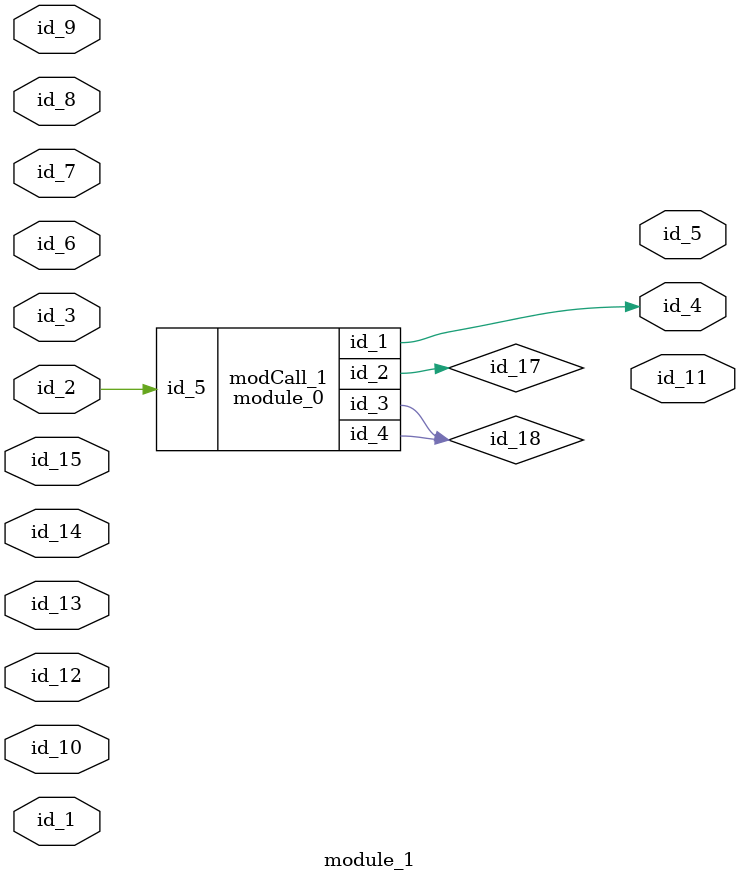
<source format=v>
module module_0 (
    id_1,
    id_2,
    id_3,
    id_4,
    id_5
);
  input wire id_5;
  inout wire id_4;
  output wire id_3;
  inout wire id_2;
  output wire id_1;
  generate
    wire id_6, id_7;
    wire id_8;
    wire id_9;
    supply0 id_10, id_11, id_12;
  endgenerate
  wire id_13;
  assign id_12 = 1;
endmodule
module module_1 (
    id_1,
    id_2,
    id_3,
    id_4,
    id_5,
    id_6,
    id_7,
    id_8,
    id_9,
    id_10,
    id_11,
    id_12,
    id_13,
    id_14,
    id_15
);
  input wire id_15;
  input wire id_14;
  inout wire id_13;
  input wire id_12;
  output wire id_11;
  input wire id_10;
  input wire id_9;
  inout wire id_8;
  input wire id_7;
  inout wire id_6;
  output wire id_5;
  output wire id_4;
  input wire id_3;
  input wire id_2;
  input wire id_1;
  wire id_16, id_17, id_18;
  module_0 modCall_1 (
      id_4,
      id_17,
      id_18,
      id_18,
      id_2
  );
  wire id_19, id_20, id_21;
  wire id_22 = id_19;
endmodule

</source>
